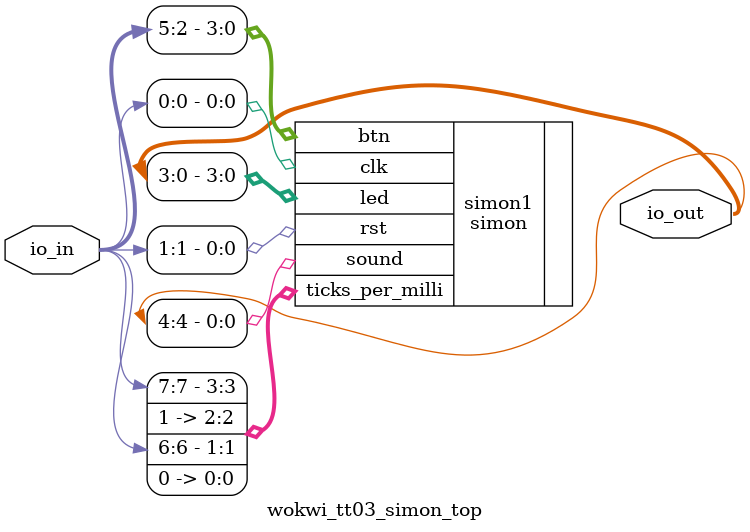
<source format=v>
module wokwi_tt03_simon_top(
  input [7:0] io_in,
  output [7:0] io_out
);

  simon simon1 (
      .clk   (io_in[0]),
      .rst   (io_in[1]),
      .ticks_per_milli ({io_in[7], 1'b1, io_in[6], 1'b0}),
      .btn   (io_in[5:2]),
      .led   (io_out[3:0]),
      .sound (io_out[4])
  );

endmodule

</source>
